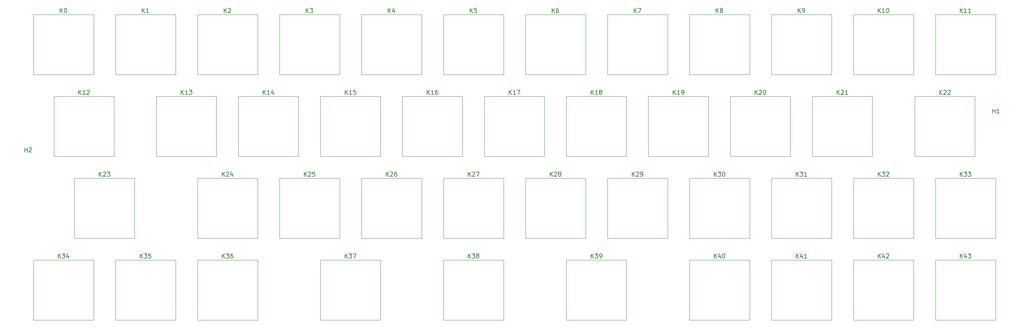
<source format=gto>
G04 #@! TF.GenerationSoftware,KiCad,Pcbnew,(6.0.2-0)*
G04 #@! TF.CreationDate,2022-03-14T11:48:13+11:00*
G04 #@! TF.ProjectId,keyboard,6b657962-6f61-4726-942e-6b696361645f,rev?*
G04 #@! TF.SameCoordinates,Original*
G04 #@! TF.FileFunction,Legend,Top*
G04 #@! TF.FilePolarity,Positive*
%FSLAX46Y46*%
G04 Gerber Fmt 4.6, Leading zero omitted, Abs format (unit mm)*
G04 Created by KiCad (PCBNEW (6.0.2-0)) date 2022-03-14 11:48:13*
%MOMM*%
%LPD*%
G01*
G04 APERTURE LIST*
G04 Aperture macros list*
%AMRoundRect*
0 Rectangle with rounded corners*
0 $1 Rounding radius*
0 $2 $3 $4 $5 $6 $7 $8 $9 X,Y pos of 4 corners*
0 Add a 4 corners polygon primitive as box body*
4,1,4,$2,$3,$4,$5,$6,$7,$8,$9,$2,$3,0*
0 Add four circle primitives for the rounded corners*
1,1,$1+$1,$2,$3*
1,1,$1+$1,$4,$5*
1,1,$1+$1,$6,$7*
1,1,$1+$1,$8,$9*
0 Add four rect primitives between the rounded corners*
20,1,$1+$1,$2,$3,$4,$5,0*
20,1,$1+$1,$4,$5,$6,$7,0*
20,1,$1+$1,$6,$7,$8,$9,0*
20,1,$1+$1,$8,$9,$2,$3,0*%
G04 Aperture macros list end*
%ADD10C,0.150000*%
%ADD11C,0.120000*%
%ADD12C,1.802000*%
%ADD13C,4.102000*%
%ADD14C,2.302000*%
%ADD15C,3.302000*%
%ADD16C,3.152000*%
%ADD17RoundRect,0.051000X0.850000X-0.850000X0.850000X0.850000X-0.850000X0.850000X-0.850000X-0.850000X0*%
%ADD18O,1.802000X1.802000*%
%ADD19RoundRect,0.051000X-0.850000X0.850000X-0.850000X-0.850000X0.850000X-0.850000X0.850000X0.850000X0*%
G04 APERTURE END LIST*
D10*
X106576904Y-117498380D02*
X106576904Y-116498380D01*
X107148333Y-117498380D02*
X106719761Y-116926952D01*
X107148333Y-116498380D02*
X106576904Y-117069809D01*
X107767380Y-116498380D02*
X107862619Y-116498380D01*
X107957857Y-116546000D01*
X108005476Y-116593619D01*
X108053095Y-116688857D01*
X108100714Y-116879333D01*
X108100714Y-117117428D01*
X108053095Y-117307904D01*
X108005476Y-117403142D01*
X107957857Y-117450761D01*
X107862619Y-117498380D01*
X107767380Y-117498380D01*
X107672142Y-117450761D01*
X107624523Y-117403142D01*
X107576904Y-117307904D01*
X107529285Y-117117428D01*
X107529285Y-116879333D01*
X107576904Y-116688857D01*
X107624523Y-116593619D01*
X107672142Y-116546000D01*
X107767380Y-116498380D01*
X98308095Y-149932380D02*
X98308095Y-148932380D01*
X98308095Y-149408571D02*
X98879523Y-149408571D01*
X98879523Y-149932380D02*
X98879523Y-148932380D01*
X99308095Y-149027619D02*
X99355714Y-148980000D01*
X99450952Y-148932380D01*
X99689047Y-148932380D01*
X99784285Y-148980000D01*
X99831904Y-149027619D01*
X99879523Y-149122857D01*
X99879523Y-149218095D01*
X99831904Y-149360952D01*
X99260476Y-149932380D01*
X99879523Y-149932380D01*
X323188095Y-140932380D02*
X323188095Y-139932380D01*
X323188095Y-140408571D02*
X323759523Y-140408571D01*
X323759523Y-140932380D02*
X323759523Y-139932380D01*
X324759523Y-140932380D02*
X324188095Y-140932380D01*
X324473809Y-140932380D02*
X324473809Y-139932380D01*
X324378571Y-140075238D01*
X324283333Y-140170476D01*
X324188095Y-140218095D01*
X125626904Y-117498380D02*
X125626904Y-116498380D01*
X126198333Y-117498380D02*
X125769761Y-116926952D01*
X126198333Y-116498380D02*
X125626904Y-117069809D01*
X127150714Y-117498380D02*
X126579285Y-117498380D01*
X126865000Y-117498380D02*
X126865000Y-116498380D01*
X126769761Y-116641238D01*
X126674523Y-116736476D01*
X126579285Y-116784095D01*
X315650714Y-117498380D02*
X315650714Y-116498380D01*
X316222142Y-117498380D02*
X315793571Y-116926952D01*
X316222142Y-116498380D02*
X315650714Y-117069809D01*
X317174523Y-117498380D02*
X316603095Y-117498380D01*
X316888809Y-117498380D02*
X316888809Y-116498380D01*
X316793571Y-116641238D01*
X316698333Y-116736476D01*
X316603095Y-116784095D01*
X318126904Y-117498380D02*
X317555476Y-117498380D01*
X317841190Y-117498380D02*
X317841190Y-116498380D01*
X317745952Y-116641238D01*
X317650714Y-116736476D01*
X317555476Y-116784095D01*
X191825714Y-136548380D02*
X191825714Y-135548380D01*
X192397142Y-136548380D02*
X191968571Y-135976952D01*
X192397142Y-135548380D02*
X191825714Y-136119809D01*
X193349523Y-136548380D02*
X192778095Y-136548380D01*
X193063809Y-136548380D02*
X193063809Y-135548380D01*
X192968571Y-135691238D01*
X192873333Y-135786476D01*
X192778095Y-135834095D01*
X194206666Y-135548380D02*
X194016190Y-135548380D01*
X193920952Y-135596000D01*
X193873333Y-135643619D01*
X193778095Y-135786476D01*
X193730476Y-135976952D01*
X193730476Y-136357904D01*
X193778095Y-136453142D01*
X193825714Y-136500761D01*
X193920952Y-136548380D01*
X194111428Y-136548380D01*
X194206666Y-136500761D01*
X194254285Y-136453142D01*
X194301904Y-136357904D01*
X194301904Y-136119809D01*
X194254285Y-136024571D01*
X194206666Y-135976952D01*
X194111428Y-135929333D01*
X193920952Y-135929333D01*
X193825714Y-135976952D01*
X193778095Y-136024571D01*
X193730476Y-136119809D01*
X248975714Y-136548380D02*
X248975714Y-135548380D01*
X249547142Y-136548380D02*
X249118571Y-135976952D01*
X249547142Y-135548380D02*
X248975714Y-136119809D01*
X250499523Y-136548380D02*
X249928095Y-136548380D01*
X250213809Y-136548380D02*
X250213809Y-135548380D01*
X250118571Y-135691238D01*
X250023333Y-135786476D01*
X249928095Y-135834095D01*
X250975714Y-136548380D02*
X251166190Y-136548380D01*
X251261428Y-136500761D01*
X251309047Y-136453142D01*
X251404285Y-136310285D01*
X251451904Y-136119809D01*
X251451904Y-135738857D01*
X251404285Y-135643619D01*
X251356666Y-135596000D01*
X251261428Y-135548380D01*
X251070952Y-135548380D01*
X250975714Y-135596000D01*
X250928095Y-135643619D01*
X250880476Y-135738857D01*
X250880476Y-135976952D01*
X250928095Y-136072190D01*
X250975714Y-136119809D01*
X251070952Y-136167428D01*
X251261428Y-136167428D01*
X251356666Y-136119809D01*
X251404285Y-136072190D01*
X251451904Y-135976952D01*
X296600714Y-155598380D02*
X296600714Y-154598380D01*
X297172142Y-155598380D02*
X296743571Y-155026952D01*
X297172142Y-154598380D02*
X296600714Y-155169809D01*
X297505476Y-154598380D02*
X298124523Y-154598380D01*
X297791190Y-154979333D01*
X297934047Y-154979333D01*
X298029285Y-155026952D01*
X298076904Y-155074571D01*
X298124523Y-155169809D01*
X298124523Y-155407904D01*
X298076904Y-155503142D01*
X298029285Y-155550761D01*
X297934047Y-155598380D01*
X297648333Y-155598380D01*
X297553095Y-155550761D01*
X297505476Y-155503142D01*
X298505476Y-154693619D02*
X298553095Y-154646000D01*
X298648333Y-154598380D01*
X298886428Y-154598380D01*
X298981666Y-154646000D01*
X299029285Y-154693619D01*
X299076904Y-154788857D01*
X299076904Y-154884095D01*
X299029285Y-155026952D01*
X298457857Y-155598380D01*
X299076904Y-155598380D01*
X296600714Y-117498380D02*
X296600714Y-116498380D01*
X297172142Y-117498380D02*
X296743571Y-116926952D01*
X297172142Y-116498380D02*
X296600714Y-117069809D01*
X298124523Y-117498380D02*
X297553095Y-117498380D01*
X297838809Y-117498380D02*
X297838809Y-116498380D01*
X297743571Y-116641238D01*
X297648333Y-116736476D01*
X297553095Y-116784095D01*
X298743571Y-116498380D02*
X298838809Y-116498380D01*
X298934047Y-116546000D01*
X298981666Y-116593619D01*
X299029285Y-116688857D01*
X299076904Y-116879333D01*
X299076904Y-117117428D01*
X299029285Y-117307904D01*
X298981666Y-117403142D01*
X298934047Y-117450761D01*
X298838809Y-117498380D01*
X298743571Y-117498380D01*
X298648333Y-117450761D01*
X298600714Y-117403142D01*
X298553095Y-117307904D01*
X298505476Y-117117428D01*
X298505476Y-116879333D01*
X298553095Y-116688857D01*
X298600714Y-116593619D01*
X298648333Y-116546000D01*
X298743571Y-116498380D01*
X182776904Y-117498380D02*
X182776904Y-116498380D01*
X183348333Y-117498380D02*
X182919761Y-116926952D01*
X183348333Y-116498380D02*
X182776904Y-117069809D01*
X184205476Y-116831714D02*
X184205476Y-117498380D01*
X183967380Y-116450761D02*
X183729285Y-117165047D01*
X184348333Y-117165047D01*
X258500714Y-155598380D02*
X258500714Y-154598380D01*
X259072142Y-155598380D02*
X258643571Y-155026952D01*
X259072142Y-154598380D02*
X258500714Y-155169809D01*
X259405476Y-154598380D02*
X260024523Y-154598380D01*
X259691190Y-154979333D01*
X259834047Y-154979333D01*
X259929285Y-155026952D01*
X259976904Y-155074571D01*
X260024523Y-155169809D01*
X260024523Y-155407904D01*
X259976904Y-155503142D01*
X259929285Y-155550761D01*
X259834047Y-155598380D01*
X259548333Y-155598380D01*
X259453095Y-155550761D01*
X259405476Y-155503142D01*
X260643571Y-154598380D02*
X260738809Y-154598380D01*
X260834047Y-154646000D01*
X260881666Y-154693619D01*
X260929285Y-154788857D01*
X260976904Y-154979333D01*
X260976904Y-155217428D01*
X260929285Y-155407904D01*
X260881666Y-155503142D01*
X260834047Y-155550761D01*
X260738809Y-155598380D01*
X260643571Y-155598380D01*
X260548333Y-155550761D01*
X260500714Y-155503142D01*
X260453095Y-155407904D01*
X260405476Y-155217428D01*
X260405476Y-154979333D01*
X260453095Y-154788857D01*
X260500714Y-154693619D01*
X260548333Y-154646000D01*
X260643571Y-154598380D01*
X201350714Y-155598380D02*
X201350714Y-154598380D01*
X201922142Y-155598380D02*
X201493571Y-155026952D01*
X201922142Y-154598380D02*
X201350714Y-155169809D01*
X202303095Y-154693619D02*
X202350714Y-154646000D01*
X202445952Y-154598380D01*
X202684047Y-154598380D01*
X202779285Y-154646000D01*
X202826904Y-154693619D01*
X202874523Y-154788857D01*
X202874523Y-154884095D01*
X202826904Y-155026952D01*
X202255476Y-155598380D01*
X202874523Y-155598380D01*
X203207857Y-154598380D02*
X203874523Y-154598380D01*
X203445952Y-155598380D01*
X268025714Y-136548380D02*
X268025714Y-135548380D01*
X268597142Y-136548380D02*
X268168571Y-135976952D01*
X268597142Y-135548380D02*
X268025714Y-136119809D01*
X268978095Y-135643619D02*
X269025714Y-135596000D01*
X269120952Y-135548380D01*
X269359047Y-135548380D01*
X269454285Y-135596000D01*
X269501904Y-135643619D01*
X269549523Y-135738857D01*
X269549523Y-135834095D01*
X269501904Y-135976952D01*
X268930476Y-136548380D01*
X269549523Y-136548380D01*
X270168571Y-135548380D02*
X270263809Y-135548380D01*
X270359047Y-135596000D01*
X270406666Y-135643619D01*
X270454285Y-135738857D01*
X270501904Y-135929333D01*
X270501904Y-136167428D01*
X270454285Y-136357904D01*
X270406666Y-136453142D01*
X270359047Y-136500761D01*
X270263809Y-136548380D01*
X270168571Y-136548380D01*
X270073333Y-136500761D01*
X270025714Y-136453142D01*
X269978095Y-136357904D01*
X269930476Y-136167428D01*
X269930476Y-135929333D01*
X269978095Y-135738857D01*
X270025714Y-135643619D01*
X270073333Y-135596000D01*
X270168571Y-135548380D01*
X229925714Y-174648380D02*
X229925714Y-173648380D01*
X230497142Y-174648380D02*
X230068571Y-174076952D01*
X230497142Y-173648380D02*
X229925714Y-174219809D01*
X230830476Y-173648380D02*
X231449523Y-173648380D01*
X231116190Y-174029333D01*
X231259047Y-174029333D01*
X231354285Y-174076952D01*
X231401904Y-174124571D01*
X231449523Y-174219809D01*
X231449523Y-174457904D01*
X231401904Y-174553142D01*
X231354285Y-174600761D01*
X231259047Y-174648380D01*
X230973333Y-174648380D01*
X230878095Y-174600761D01*
X230830476Y-174553142D01*
X231925714Y-174648380D02*
X232116190Y-174648380D01*
X232211428Y-174600761D01*
X232259047Y-174553142D01*
X232354285Y-174410285D01*
X232401904Y-174219809D01*
X232401904Y-173838857D01*
X232354285Y-173743619D01*
X232306666Y-173696000D01*
X232211428Y-173648380D01*
X232020952Y-173648380D01*
X231925714Y-173696000D01*
X231878095Y-173743619D01*
X231830476Y-173838857D01*
X231830476Y-174076952D01*
X231878095Y-174172190D01*
X231925714Y-174219809D01*
X232020952Y-174267428D01*
X232211428Y-174267428D01*
X232306666Y-174219809D01*
X232354285Y-174172190D01*
X232401904Y-174076952D01*
X278026904Y-117498380D02*
X278026904Y-116498380D01*
X278598333Y-117498380D02*
X278169761Y-116926952D01*
X278598333Y-116498380D02*
X278026904Y-117069809D01*
X279074523Y-117498380D02*
X279265000Y-117498380D01*
X279360238Y-117450761D01*
X279407857Y-117403142D01*
X279503095Y-117260285D01*
X279550714Y-117069809D01*
X279550714Y-116688857D01*
X279503095Y-116593619D01*
X279455476Y-116546000D01*
X279360238Y-116498380D01*
X279169761Y-116498380D01*
X279074523Y-116546000D01*
X279026904Y-116593619D01*
X278979285Y-116688857D01*
X278979285Y-116926952D01*
X279026904Y-117022190D01*
X279074523Y-117069809D01*
X279169761Y-117117428D01*
X279360238Y-117117428D01*
X279455476Y-117069809D01*
X279503095Y-117022190D01*
X279550714Y-116926952D01*
X229925714Y-136548380D02*
X229925714Y-135548380D01*
X230497142Y-136548380D02*
X230068571Y-135976952D01*
X230497142Y-135548380D02*
X229925714Y-136119809D01*
X231449523Y-136548380D02*
X230878095Y-136548380D01*
X231163809Y-136548380D02*
X231163809Y-135548380D01*
X231068571Y-135691238D01*
X230973333Y-135786476D01*
X230878095Y-135834095D01*
X232020952Y-135976952D02*
X231925714Y-135929333D01*
X231878095Y-135881714D01*
X231830476Y-135786476D01*
X231830476Y-135738857D01*
X231878095Y-135643619D01*
X231925714Y-135596000D01*
X232020952Y-135548380D01*
X232211428Y-135548380D01*
X232306666Y-135596000D01*
X232354285Y-135643619D01*
X232401904Y-135738857D01*
X232401904Y-135786476D01*
X232354285Y-135881714D01*
X232306666Y-135929333D01*
X232211428Y-135976952D01*
X232020952Y-135976952D01*
X231925714Y-136024571D01*
X231878095Y-136072190D01*
X231830476Y-136167428D01*
X231830476Y-136357904D01*
X231878095Y-136453142D01*
X231925714Y-136500761D01*
X232020952Y-136548380D01*
X232211428Y-136548380D01*
X232306666Y-136500761D01*
X232354285Y-136453142D01*
X232401904Y-136357904D01*
X232401904Y-136167428D01*
X232354285Y-136072190D01*
X232306666Y-136024571D01*
X232211428Y-135976952D01*
X172775714Y-136548380D02*
X172775714Y-135548380D01*
X173347142Y-136548380D02*
X172918571Y-135976952D01*
X173347142Y-135548380D02*
X172775714Y-136119809D01*
X174299523Y-136548380D02*
X173728095Y-136548380D01*
X174013809Y-136548380D02*
X174013809Y-135548380D01*
X173918571Y-135691238D01*
X173823333Y-135786476D01*
X173728095Y-135834095D01*
X175204285Y-135548380D02*
X174728095Y-135548380D01*
X174680476Y-136024571D01*
X174728095Y-135976952D01*
X174823333Y-135929333D01*
X175061428Y-135929333D01*
X175156666Y-135976952D01*
X175204285Y-136024571D01*
X175251904Y-136119809D01*
X175251904Y-136357904D01*
X175204285Y-136453142D01*
X175156666Y-136500761D01*
X175061428Y-136548380D01*
X174823333Y-136548380D01*
X174728095Y-136500761D01*
X174680476Y-136453142D01*
X134675714Y-136548380D02*
X134675714Y-135548380D01*
X135247142Y-136548380D02*
X134818571Y-135976952D01*
X135247142Y-135548380D02*
X134675714Y-136119809D01*
X136199523Y-136548380D02*
X135628095Y-136548380D01*
X135913809Y-136548380D02*
X135913809Y-135548380D01*
X135818571Y-135691238D01*
X135723333Y-135786476D01*
X135628095Y-135834095D01*
X136532857Y-135548380D02*
X137151904Y-135548380D01*
X136818571Y-135929333D01*
X136961428Y-135929333D01*
X137056666Y-135976952D01*
X137104285Y-136024571D01*
X137151904Y-136119809D01*
X137151904Y-136357904D01*
X137104285Y-136453142D01*
X137056666Y-136500761D01*
X136961428Y-136548380D01*
X136675714Y-136548380D01*
X136580476Y-136500761D01*
X136532857Y-136453142D01*
X110863214Y-136548380D02*
X110863214Y-135548380D01*
X111434642Y-136548380D02*
X111006071Y-135976952D01*
X111434642Y-135548380D02*
X110863214Y-136119809D01*
X112387023Y-136548380D02*
X111815595Y-136548380D01*
X112101309Y-136548380D02*
X112101309Y-135548380D01*
X112006071Y-135691238D01*
X111910833Y-135786476D01*
X111815595Y-135834095D01*
X112767976Y-135643619D02*
X112815595Y-135596000D01*
X112910833Y-135548380D01*
X113148928Y-135548380D01*
X113244166Y-135596000D01*
X113291785Y-135643619D01*
X113339404Y-135738857D01*
X113339404Y-135834095D01*
X113291785Y-135976952D01*
X112720357Y-136548380D01*
X113339404Y-136548380D01*
X182300714Y-155598380D02*
X182300714Y-154598380D01*
X182872142Y-155598380D02*
X182443571Y-155026952D01*
X182872142Y-154598380D02*
X182300714Y-155169809D01*
X183253095Y-154693619D02*
X183300714Y-154646000D01*
X183395952Y-154598380D01*
X183634047Y-154598380D01*
X183729285Y-154646000D01*
X183776904Y-154693619D01*
X183824523Y-154788857D01*
X183824523Y-154884095D01*
X183776904Y-155026952D01*
X183205476Y-155598380D01*
X183824523Y-155598380D01*
X184681666Y-154598380D02*
X184491190Y-154598380D01*
X184395952Y-154646000D01*
X184348333Y-154693619D01*
X184253095Y-154836476D01*
X184205476Y-155026952D01*
X184205476Y-155407904D01*
X184253095Y-155503142D01*
X184300714Y-155550761D01*
X184395952Y-155598380D01*
X184586428Y-155598380D01*
X184681666Y-155550761D01*
X184729285Y-155503142D01*
X184776904Y-155407904D01*
X184776904Y-155169809D01*
X184729285Y-155074571D01*
X184681666Y-155026952D01*
X184586428Y-154979333D01*
X184395952Y-154979333D01*
X184300714Y-155026952D01*
X184253095Y-155074571D01*
X184205476Y-155169809D01*
X277550714Y-174648380D02*
X277550714Y-173648380D01*
X278122142Y-174648380D02*
X277693571Y-174076952D01*
X278122142Y-173648380D02*
X277550714Y-174219809D01*
X278979285Y-173981714D02*
X278979285Y-174648380D01*
X278741190Y-173600761D02*
X278503095Y-174315047D01*
X279122142Y-174315047D01*
X280026904Y-174648380D02*
X279455476Y-174648380D01*
X279741190Y-174648380D02*
X279741190Y-173648380D01*
X279645952Y-173791238D01*
X279550714Y-173886476D01*
X279455476Y-173934095D01*
X144676904Y-117498380D02*
X144676904Y-116498380D01*
X145248333Y-117498380D02*
X144819761Y-116926952D01*
X145248333Y-116498380D02*
X144676904Y-117069809D01*
X145629285Y-116593619D02*
X145676904Y-116546000D01*
X145772142Y-116498380D01*
X146010238Y-116498380D01*
X146105476Y-116546000D01*
X146153095Y-116593619D01*
X146200714Y-116688857D01*
X146200714Y-116784095D01*
X146153095Y-116926952D01*
X145581666Y-117498380D01*
X146200714Y-117498380D01*
X163726904Y-117498380D02*
X163726904Y-116498380D01*
X164298333Y-117498380D02*
X163869761Y-116926952D01*
X164298333Y-116498380D02*
X163726904Y-117069809D01*
X164631666Y-116498380D02*
X165250714Y-116498380D01*
X164917380Y-116879333D01*
X165060238Y-116879333D01*
X165155476Y-116926952D01*
X165203095Y-116974571D01*
X165250714Y-117069809D01*
X165250714Y-117307904D01*
X165203095Y-117403142D01*
X165155476Y-117450761D01*
X165060238Y-117498380D01*
X164774523Y-117498380D01*
X164679285Y-117450761D01*
X164631666Y-117403142D01*
X210875714Y-136548380D02*
X210875714Y-135548380D01*
X211447142Y-136548380D02*
X211018571Y-135976952D01*
X211447142Y-135548380D02*
X210875714Y-136119809D01*
X212399523Y-136548380D02*
X211828095Y-136548380D01*
X212113809Y-136548380D02*
X212113809Y-135548380D01*
X212018571Y-135691238D01*
X211923333Y-135786476D01*
X211828095Y-135834095D01*
X212732857Y-135548380D02*
X213399523Y-135548380D01*
X212970952Y-136548380D01*
X144200714Y-155598380D02*
X144200714Y-154598380D01*
X144772142Y-155598380D02*
X144343571Y-155026952D01*
X144772142Y-154598380D02*
X144200714Y-155169809D01*
X145153095Y-154693619D02*
X145200714Y-154646000D01*
X145295952Y-154598380D01*
X145534047Y-154598380D01*
X145629285Y-154646000D01*
X145676904Y-154693619D01*
X145724523Y-154788857D01*
X145724523Y-154884095D01*
X145676904Y-155026952D01*
X145105476Y-155598380D01*
X145724523Y-155598380D01*
X146581666Y-154931714D02*
X146581666Y-155598380D01*
X146343571Y-154550761D02*
X146105476Y-155265047D01*
X146724523Y-155265047D01*
X287075714Y-136548380D02*
X287075714Y-135548380D01*
X287647142Y-136548380D02*
X287218571Y-135976952D01*
X287647142Y-135548380D02*
X287075714Y-136119809D01*
X288028095Y-135643619D02*
X288075714Y-135596000D01*
X288170952Y-135548380D01*
X288409047Y-135548380D01*
X288504285Y-135596000D01*
X288551904Y-135643619D01*
X288599523Y-135738857D01*
X288599523Y-135834095D01*
X288551904Y-135976952D01*
X287980476Y-136548380D01*
X288599523Y-136548380D01*
X289551904Y-136548380D02*
X288980476Y-136548380D01*
X289266190Y-136548380D02*
X289266190Y-135548380D01*
X289170952Y-135691238D01*
X289075714Y-135786476D01*
X288980476Y-135834095D01*
X153725714Y-136548380D02*
X153725714Y-135548380D01*
X154297142Y-136548380D02*
X153868571Y-135976952D01*
X154297142Y-135548380D02*
X153725714Y-136119809D01*
X155249523Y-136548380D02*
X154678095Y-136548380D01*
X154963809Y-136548380D02*
X154963809Y-135548380D01*
X154868571Y-135691238D01*
X154773333Y-135786476D01*
X154678095Y-135834095D01*
X156106666Y-135881714D02*
X156106666Y-136548380D01*
X155868571Y-135500761D02*
X155630476Y-136215047D01*
X156249523Y-136215047D01*
X115625714Y-155598380D02*
X115625714Y-154598380D01*
X116197142Y-155598380D02*
X115768571Y-155026952D01*
X116197142Y-154598380D02*
X115625714Y-155169809D01*
X116578095Y-154693619D02*
X116625714Y-154646000D01*
X116720952Y-154598380D01*
X116959047Y-154598380D01*
X117054285Y-154646000D01*
X117101904Y-154693619D01*
X117149523Y-154788857D01*
X117149523Y-154884095D01*
X117101904Y-155026952D01*
X116530476Y-155598380D01*
X117149523Y-155598380D01*
X117482857Y-154598380D02*
X118101904Y-154598380D01*
X117768571Y-154979333D01*
X117911428Y-154979333D01*
X118006666Y-155026952D01*
X118054285Y-155074571D01*
X118101904Y-155169809D01*
X118101904Y-155407904D01*
X118054285Y-155503142D01*
X118006666Y-155550761D01*
X117911428Y-155598380D01*
X117625714Y-155598380D01*
X117530476Y-155550761D01*
X117482857Y-155503142D01*
X239926904Y-117498380D02*
X239926904Y-116498380D01*
X240498333Y-117498380D02*
X240069761Y-116926952D01*
X240498333Y-116498380D02*
X239926904Y-117069809D01*
X240831666Y-116498380D02*
X241498333Y-116498380D01*
X241069761Y-117498380D01*
X220400714Y-155598380D02*
X220400714Y-154598380D01*
X220972142Y-155598380D02*
X220543571Y-155026952D01*
X220972142Y-154598380D02*
X220400714Y-155169809D01*
X221353095Y-154693619D02*
X221400714Y-154646000D01*
X221495952Y-154598380D01*
X221734047Y-154598380D01*
X221829285Y-154646000D01*
X221876904Y-154693619D01*
X221924523Y-154788857D01*
X221924523Y-154884095D01*
X221876904Y-155026952D01*
X221305476Y-155598380D01*
X221924523Y-155598380D01*
X222495952Y-155026952D02*
X222400714Y-154979333D01*
X222353095Y-154931714D01*
X222305476Y-154836476D01*
X222305476Y-154788857D01*
X222353095Y-154693619D01*
X222400714Y-154646000D01*
X222495952Y-154598380D01*
X222686428Y-154598380D01*
X222781666Y-154646000D01*
X222829285Y-154693619D01*
X222876904Y-154788857D01*
X222876904Y-154836476D01*
X222829285Y-154931714D01*
X222781666Y-154979333D01*
X222686428Y-155026952D01*
X222495952Y-155026952D01*
X222400714Y-155074571D01*
X222353095Y-155122190D01*
X222305476Y-155217428D01*
X222305476Y-155407904D01*
X222353095Y-155503142D01*
X222400714Y-155550761D01*
X222495952Y-155598380D01*
X222686428Y-155598380D01*
X222781666Y-155550761D01*
X222829285Y-155503142D01*
X222876904Y-155407904D01*
X222876904Y-155217428D01*
X222829285Y-155122190D01*
X222781666Y-155074571D01*
X222686428Y-155026952D01*
X315650714Y-174648380D02*
X315650714Y-173648380D01*
X316222142Y-174648380D02*
X315793571Y-174076952D01*
X316222142Y-173648380D02*
X315650714Y-174219809D01*
X317079285Y-173981714D02*
X317079285Y-174648380D01*
X316841190Y-173600761D02*
X316603095Y-174315047D01*
X317222142Y-174315047D01*
X317507857Y-173648380D02*
X318126904Y-173648380D01*
X317793571Y-174029333D01*
X317936428Y-174029333D01*
X318031666Y-174076952D01*
X318079285Y-174124571D01*
X318126904Y-174219809D01*
X318126904Y-174457904D01*
X318079285Y-174553142D01*
X318031666Y-174600761D01*
X317936428Y-174648380D01*
X317650714Y-174648380D01*
X317555476Y-174600761D01*
X317507857Y-174553142D01*
X258976904Y-117498380D02*
X258976904Y-116498380D01*
X259548333Y-117498380D02*
X259119761Y-116926952D01*
X259548333Y-116498380D02*
X258976904Y-117069809D01*
X260119761Y-116926952D02*
X260024523Y-116879333D01*
X259976904Y-116831714D01*
X259929285Y-116736476D01*
X259929285Y-116688857D01*
X259976904Y-116593619D01*
X260024523Y-116546000D01*
X260119761Y-116498380D01*
X260310238Y-116498380D01*
X260405476Y-116546000D01*
X260453095Y-116593619D01*
X260500714Y-116688857D01*
X260500714Y-116736476D01*
X260453095Y-116831714D01*
X260405476Y-116879333D01*
X260310238Y-116926952D01*
X260119761Y-116926952D01*
X260024523Y-116974571D01*
X259976904Y-117022190D01*
X259929285Y-117117428D01*
X259929285Y-117307904D01*
X259976904Y-117403142D01*
X260024523Y-117450761D01*
X260119761Y-117498380D01*
X260310238Y-117498380D01*
X260405476Y-117450761D01*
X260453095Y-117403142D01*
X260500714Y-117307904D01*
X260500714Y-117117428D01*
X260453095Y-117022190D01*
X260405476Y-116974571D01*
X260310238Y-116926952D01*
X315650714Y-155598380D02*
X315650714Y-154598380D01*
X316222142Y-155598380D02*
X315793571Y-155026952D01*
X316222142Y-154598380D02*
X315650714Y-155169809D01*
X316555476Y-154598380D02*
X317174523Y-154598380D01*
X316841190Y-154979333D01*
X316984047Y-154979333D01*
X317079285Y-155026952D01*
X317126904Y-155074571D01*
X317174523Y-155169809D01*
X317174523Y-155407904D01*
X317126904Y-155503142D01*
X317079285Y-155550761D01*
X316984047Y-155598380D01*
X316698333Y-155598380D01*
X316603095Y-155550761D01*
X316555476Y-155503142D01*
X317507857Y-154598380D02*
X318126904Y-154598380D01*
X317793571Y-154979333D01*
X317936428Y-154979333D01*
X318031666Y-155026952D01*
X318079285Y-155074571D01*
X318126904Y-155169809D01*
X318126904Y-155407904D01*
X318079285Y-155503142D01*
X318031666Y-155550761D01*
X317936428Y-155598380D01*
X317650714Y-155598380D01*
X317555476Y-155550761D01*
X317507857Y-155503142D01*
X201826904Y-117498380D02*
X201826904Y-116498380D01*
X202398333Y-117498380D02*
X201969761Y-116926952D01*
X202398333Y-116498380D02*
X201826904Y-117069809D01*
X203303095Y-116498380D02*
X202826904Y-116498380D01*
X202779285Y-116974571D01*
X202826904Y-116926952D01*
X202922142Y-116879333D01*
X203160238Y-116879333D01*
X203255476Y-116926952D01*
X203303095Y-116974571D01*
X203350714Y-117069809D01*
X203350714Y-117307904D01*
X203303095Y-117403142D01*
X203255476Y-117450761D01*
X203160238Y-117498380D01*
X202922142Y-117498380D01*
X202826904Y-117450761D01*
X202779285Y-117403142D01*
X163250714Y-155598380D02*
X163250714Y-154598380D01*
X163822142Y-155598380D02*
X163393571Y-155026952D01*
X163822142Y-154598380D02*
X163250714Y-155169809D01*
X164203095Y-154693619D02*
X164250714Y-154646000D01*
X164345952Y-154598380D01*
X164584047Y-154598380D01*
X164679285Y-154646000D01*
X164726904Y-154693619D01*
X164774523Y-154788857D01*
X164774523Y-154884095D01*
X164726904Y-155026952D01*
X164155476Y-155598380D01*
X164774523Y-155598380D01*
X165679285Y-154598380D02*
X165203095Y-154598380D01*
X165155476Y-155074571D01*
X165203095Y-155026952D01*
X165298333Y-154979333D01*
X165536428Y-154979333D01*
X165631666Y-155026952D01*
X165679285Y-155074571D01*
X165726904Y-155169809D01*
X165726904Y-155407904D01*
X165679285Y-155503142D01*
X165631666Y-155550761D01*
X165536428Y-155598380D01*
X165298333Y-155598380D01*
X165203095Y-155550761D01*
X165155476Y-155503142D01*
X144200714Y-174648380D02*
X144200714Y-173648380D01*
X144772142Y-174648380D02*
X144343571Y-174076952D01*
X144772142Y-173648380D02*
X144200714Y-174219809D01*
X145105476Y-173648380D02*
X145724523Y-173648380D01*
X145391190Y-174029333D01*
X145534047Y-174029333D01*
X145629285Y-174076952D01*
X145676904Y-174124571D01*
X145724523Y-174219809D01*
X145724523Y-174457904D01*
X145676904Y-174553142D01*
X145629285Y-174600761D01*
X145534047Y-174648380D01*
X145248333Y-174648380D01*
X145153095Y-174600761D01*
X145105476Y-174553142D01*
X146581666Y-173648380D02*
X146391190Y-173648380D01*
X146295952Y-173696000D01*
X146248333Y-173743619D01*
X146153095Y-173886476D01*
X146105476Y-174076952D01*
X146105476Y-174457904D01*
X146153095Y-174553142D01*
X146200714Y-174600761D01*
X146295952Y-174648380D01*
X146486428Y-174648380D01*
X146581666Y-174600761D01*
X146629285Y-174553142D01*
X146676904Y-174457904D01*
X146676904Y-174219809D01*
X146629285Y-174124571D01*
X146581666Y-174076952D01*
X146486428Y-174029333D01*
X146295952Y-174029333D01*
X146200714Y-174076952D01*
X146153095Y-174124571D01*
X146105476Y-174219809D01*
X310888214Y-136548380D02*
X310888214Y-135548380D01*
X311459642Y-136548380D02*
X311031071Y-135976952D01*
X311459642Y-135548380D02*
X310888214Y-136119809D01*
X311840595Y-135643619D02*
X311888214Y-135596000D01*
X311983452Y-135548380D01*
X312221547Y-135548380D01*
X312316785Y-135596000D01*
X312364404Y-135643619D01*
X312412023Y-135738857D01*
X312412023Y-135834095D01*
X312364404Y-135976952D01*
X311792976Y-136548380D01*
X312412023Y-136548380D01*
X312792976Y-135643619D02*
X312840595Y-135596000D01*
X312935833Y-135548380D01*
X313173928Y-135548380D01*
X313269166Y-135596000D01*
X313316785Y-135643619D01*
X313364404Y-135738857D01*
X313364404Y-135834095D01*
X313316785Y-135976952D01*
X312745357Y-136548380D01*
X313364404Y-136548380D01*
X239450714Y-155598380D02*
X239450714Y-154598380D01*
X240022142Y-155598380D02*
X239593571Y-155026952D01*
X240022142Y-154598380D02*
X239450714Y-155169809D01*
X240403095Y-154693619D02*
X240450714Y-154646000D01*
X240545952Y-154598380D01*
X240784047Y-154598380D01*
X240879285Y-154646000D01*
X240926904Y-154693619D01*
X240974523Y-154788857D01*
X240974523Y-154884095D01*
X240926904Y-155026952D01*
X240355476Y-155598380D01*
X240974523Y-155598380D01*
X241450714Y-155598380D02*
X241641190Y-155598380D01*
X241736428Y-155550761D01*
X241784047Y-155503142D01*
X241879285Y-155360285D01*
X241926904Y-155169809D01*
X241926904Y-154788857D01*
X241879285Y-154693619D01*
X241831666Y-154646000D01*
X241736428Y-154598380D01*
X241545952Y-154598380D01*
X241450714Y-154646000D01*
X241403095Y-154693619D01*
X241355476Y-154788857D01*
X241355476Y-155026952D01*
X241403095Y-155122190D01*
X241450714Y-155169809D01*
X241545952Y-155217428D01*
X241736428Y-155217428D01*
X241831666Y-155169809D01*
X241879285Y-155122190D01*
X241926904Y-155026952D01*
X277550714Y-155598380D02*
X277550714Y-154598380D01*
X278122142Y-155598380D02*
X277693571Y-155026952D01*
X278122142Y-154598380D02*
X277550714Y-155169809D01*
X278455476Y-154598380D02*
X279074523Y-154598380D01*
X278741190Y-154979333D01*
X278884047Y-154979333D01*
X278979285Y-155026952D01*
X279026904Y-155074571D01*
X279074523Y-155169809D01*
X279074523Y-155407904D01*
X279026904Y-155503142D01*
X278979285Y-155550761D01*
X278884047Y-155598380D01*
X278598333Y-155598380D01*
X278503095Y-155550761D01*
X278455476Y-155503142D01*
X280026904Y-155598380D02*
X279455476Y-155598380D01*
X279741190Y-155598380D02*
X279741190Y-154598380D01*
X279645952Y-154741238D01*
X279550714Y-154836476D01*
X279455476Y-154884095D01*
X201350714Y-174648380D02*
X201350714Y-173648380D01*
X201922142Y-174648380D02*
X201493571Y-174076952D01*
X201922142Y-173648380D02*
X201350714Y-174219809D01*
X202255476Y-173648380D02*
X202874523Y-173648380D01*
X202541190Y-174029333D01*
X202684047Y-174029333D01*
X202779285Y-174076952D01*
X202826904Y-174124571D01*
X202874523Y-174219809D01*
X202874523Y-174457904D01*
X202826904Y-174553142D01*
X202779285Y-174600761D01*
X202684047Y-174648380D01*
X202398333Y-174648380D01*
X202303095Y-174600761D01*
X202255476Y-174553142D01*
X203445952Y-174076952D02*
X203350714Y-174029333D01*
X203303095Y-173981714D01*
X203255476Y-173886476D01*
X203255476Y-173838857D01*
X203303095Y-173743619D01*
X203350714Y-173696000D01*
X203445952Y-173648380D01*
X203636428Y-173648380D01*
X203731666Y-173696000D01*
X203779285Y-173743619D01*
X203826904Y-173838857D01*
X203826904Y-173886476D01*
X203779285Y-173981714D01*
X203731666Y-174029333D01*
X203636428Y-174076952D01*
X203445952Y-174076952D01*
X203350714Y-174124571D01*
X203303095Y-174172190D01*
X203255476Y-174267428D01*
X203255476Y-174457904D01*
X203303095Y-174553142D01*
X203350714Y-174600761D01*
X203445952Y-174648380D01*
X203636428Y-174648380D01*
X203731666Y-174600761D01*
X203779285Y-174553142D01*
X203826904Y-174457904D01*
X203826904Y-174267428D01*
X203779285Y-174172190D01*
X203731666Y-174124571D01*
X203636428Y-174076952D01*
X258500714Y-174648380D02*
X258500714Y-173648380D01*
X259072142Y-174648380D02*
X258643571Y-174076952D01*
X259072142Y-173648380D02*
X258500714Y-174219809D01*
X259929285Y-173981714D02*
X259929285Y-174648380D01*
X259691190Y-173600761D02*
X259453095Y-174315047D01*
X260072142Y-174315047D01*
X260643571Y-173648380D02*
X260738809Y-173648380D01*
X260834047Y-173696000D01*
X260881666Y-173743619D01*
X260929285Y-173838857D01*
X260976904Y-174029333D01*
X260976904Y-174267428D01*
X260929285Y-174457904D01*
X260881666Y-174553142D01*
X260834047Y-174600761D01*
X260738809Y-174648380D01*
X260643571Y-174648380D01*
X260548333Y-174600761D01*
X260500714Y-174553142D01*
X260453095Y-174457904D01*
X260405476Y-174267428D01*
X260405476Y-174029333D01*
X260453095Y-173838857D01*
X260500714Y-173743619D01*
X260548333Y-173696000D01*
X260643571Y-173648380D01*
X296600714Y-174648380D02*
X296600714Y-173648380D01*
X297172142Y-174648380D02*
X296743571Y-174076952D01*
X297172142Y-173648380D02*
X296600714Y-174219809D01*
X298029285Y-173981714D02*
X298029285Y-174648380D01*
X297791190Y-173600761D02*
X297553095Y-174315047D01*
X298172142Y-174315047D01*
X298505476Y-173743619D02*
X298553095Y-173696000D01*
X298648333Y-173648380D01*
X298886428Y-173648380D01*
X298981666Y-173696000D01*
X299029285Y-173743619D01*
X299076904Y-173838857D01*
X299076904Y-173934095D01*
X299029285Y-174076952D01*
X298457857Y-174648380D01*
X299076904Y-174648380D01*
X106100714Y-174648380D02*
X106100714Y-173648380D01*
X106672142Y-174648380D02*
X106243571Y-174076952D01*
X106672142Y-173648380D02*
X106100714Y-174219809D01*
X107005476Y-173648380D02*
X107624523Y-173648380D01*
X107291190Y-174029333D01*
X107434047Y-174029333D01*
X107529285Y-174076952D01*
X107576904Y-174124571D01*
X107624523Y-174219809D01*
X107624523Y-174457904D01*
X107576904Y-174553142D01*
X107529285Y-174600761D01*
X107434047Y-174648380D01*
X107148333Y-174648380D01*
X107053095Y-174600761D01*
X107005476Y-174553142D01*
X108481666Y-173981714D02*
X108481666Y-174648380D01*
X108243571Y-173600761D02*
X108005476Y-174315047D01*
X108624523Y-174315047D01*
X172775714Y-174648380D02*
X172775714Y-173648380D01*
X173347142Y-174648380D02*
X172918571Y-174076952D01*
X173347142Y-173648380D02*
X172775714Y-174219809D01*
X173680476Y-173648380D02*
X174299523Y-173648380D01*
X173966190Y-174029333D01*
X174109047Y-174029333D01*
X174204285Y-174076952D01*
X174251904Y-174124571D01*
X174299523Y-174219809D01*
X174299523Y-174457904D01*
X174251904Y-174553142D01*
X174204285Y-174600761D01*
X174109047Y-174648380D01*
X173823333Y-174648380D01*
X173728095Y-174600761D01*
X173680476Y-174553142D01*
X174632857Y-173648380D02*
X175299523Y-173648380D01*
X174870952Y-174648380D01*
X125150714Y-174648380D02*
X125150714Y-173648380D01*
X125722142Y-174648380D02*
X125293571Y-174076952D01*
X125722142Y-173648380D02*
X125150714Y-174219809D01*
X126055476Y-173648380D02*
X126674523Y-173648380D01*
X126341190Y-174029333D01*
X126484047Y-174029333D01*
X126579285Y-174076952D01*
X126626904Y-174124571D01*
X126674523Y-174219809D01*
X126674523Y-174457904D01*
X126626904Y-174553142D01*
X126579285Y-174600761D01*
X126484047Y-174648380D01*
X126198333Y-174648380D01*
X126103095Y-174600761D01*
X126055476Y-174553142D01*
X127579285Y-173648380D02*
X127103095Y-173648380D01*
X127055476Y-174124571D01*
X127103095Y-174076952D01*
X127198333Y-174029333D01*
X127436428Y-174029333D01*
X127531666Y-174076952D01*
X127579285Y-174124571D01*
X127626904Y-174219809D01*
X127626904Y-174457904D01*
X127579285Y-174553142D01*
X127531666Y-174600761D01*
X127436428Y-174648380D01*
X127198333Y-174648380D01*
X127103095Y-174600761D01*
X127055476Y-174553142D01*
X220876904Y-117498380D02*
X220876904Y-116498380D01*
X221448333Y-117498380D02*
X221019761Y-116926952D01*
X221448333Y-116498380D02*
X220876904Y-117069809D01*
X222305476Y-116498380D02*
X222115000Y-116498380D01*
X222019761Y-116546000D01*
X221972142Y-116593619D01*
X221876904Y-116736476D01*
X221829285Y-116926952D01*
X221829285Y-117307904D01*
X221876904Y-117403142D01*
X221924523Y-117450761D01*
X222019761Y-117498380D01*
X222210238Y-117498380D01*
X222305476Y-117450761D01*
X222353095Y-117403142D01*
X222400714Y-117307904D01*
X222400714Y-117069809D01*
X222353095Y-116974571D01*
X222305476Y-116926952D01*
X222210238Y-116879333D01*
X222019761Y-116879333D01*
X221924523Y-116926952D01*
X221876904Y-116974571D01*
X221829285Y-117069809D01*
D11*
X114300000Y-131905000D02*
X100330000Y-131905000D01*
X100330000Y-117935000D02*
X114300000Y-117935000D01*
X114300000Y-117935000D02*
X114300000Y-131905000D01*
X100330000Y-131905000D02*
X100330000Y-117935000D01*
X133350000Y-131905000D02*
X119380000Y-131905000D01*
X119380000Y-131905000D02*
X119380000Y-117935000D01*
X119380000Y-117935000D02*
X133350000Y-117935000D01*
X133350000Y-117935000D02*
X133350000Y-131905000D01*
X309880000Y-131905000D02*
X309880000Y-117935000D01*
X309880000Y-117935000D02*
X323850000Y-117935000D01*
X323850000Y-117935000D02*
X323850000Y-131905000D01*
X323850000Y-131905000D02*
X309880000Y-131905000D01*
X186055000Y-136985000D02*
X200025000Y-136985000D01*
X200025000Y-150955000D02*
X186055000Y-150955000D01*
X186055000Y-150955000D02*
X186055000Y-136985000D01*
X200025000Y-136985000D02*
X200025000Y-150955000D01*
X257175000Y-136985000D02*
X257175000Y-150955000D01*
X257175000Y-150955000D02*
X243205000Y-150955000D01*
X243205000Y-150955000D02*
X243205000Y-136985000D01*
X243205000Y-136985000D02*
X257175000Y-136985000D01*
X304800000Y-156035000D02*
X304800000Y-170005000D01*
X304800000Y-170005000D02*
X290830000Y-170005000D01*
X290830000Y-170005000D02*
X290830000Y-156035000D01*
X290830000Y-156035000D02*
X304800000Y-156035000D01*
X290830000Y-131905000D02*
X290830000Y-117935000D01*
X290830000Y-117935000D02*
X304800000Y-117935000D01*
X304800000Y-117935000D02*
X304800000Y-131905000D01*
X304800000Y-131905000D02*
X290830000Y-131905000D01*
X190500000Y-131905000D02*
X176530000Y-131905000D01*
X190500000Y-117935000D02*
X190500000Y-131905000D01*
X176530000Y-117935000D02*
X190500000Y-117935000D01*
X176530000Y-131905000D02*
X176530000Y-117935000D01*
X266700000Y-170005000D02*
X252730000Y-170005000D01*
X266700000Y-156035000D02*
X266700000Y-170005000D01*
X252730000Y-170005000D02*
X252730000Y-156035000D01*
X252730000Y-156035000D02*
X266700000Y-156035000D01*
X195580000Y-170005000D02*
X195580000Y-156035000D01*
X209550000Y-156035000D02*
X209550000Y-170005000D01*
X195580000Y-156035000D02*
X209550000Y-156035000D01*
X209550000Y-170005000D02*
X195580000Y-170005000D01*
X276225000Y-150955000D02*
X262255000Y-150955000D01*
X262255000Y-136985000D02*
X276225000Y-136985000D01*
X262255000Y-150955000D02*
X262255000Y-136985000D01*
X276225000Y-136985000D02*
X276225000Y-150955000D01*
X238125000Y-175085000D02*
X238125000Y-189055000D01*
X224155000Y-175085000D02*
X238125000Y-175085000D01*
X238125000Y-189055000D02*
X224155000Y-189055000D01*
X224155000Y-189055000D02*
X224155000Y-175085000D01*
X271780000Y-131905000D02*
X271780000Y-117935000D01*
X285750000Y-131905000D02*
X271780000Y-131905000D01*
X285750000Y-117935000D02*
X285750000Y-131905000D01*
X271780000Y-117935000D02*
X285750000Y-117935000D01*
X224155000Y-150955000D02*
X224155000Y-136985000D01*
X238125000Y-136985000D02*
X238125000Y-150955000D01*
X224155000Y-136985000D02*
X238125000Y-136985000D01*
X238125000Y-150955000D02*
X224155000Y-150955000D01*
X167005000Y-150955000D02*
X167005000Y-136985000D01*
X180975000Y-136985000D02*
X180975000Y-150955000D01*
X167005000Y-136985000D02*
X180975000Y-136985000D01*
X180975000Y-150955000D02*
X167005000Y-150955000D01*
X128905000Y-150955000D02*
X128905000Y-136985000D01*
X142875000Y-136985000D02*
X142875000Y-150955000D01*
X128905000Y-136985000D02*
X142875000Y-136985000D01*
X142875000Y-150955000D02*
X128905000Y-150955000D01*
X119062500Y-150955000D02*
X105092500Y-150955000D01*
X105092500Y-150955000D02*
X105092500Y-136985000D01*
X105092500Y-136985000D02*
X119062500Y-136985000D01*
X119062500Y-136985000D02*
X119062500Y-150955000D01*
X190500000Y-156035000D02*
X190500000Y-170005000D01*
X190500000Y-170005000D02*
X176530000Y-170005000D01*
X176530000Y-156035000D02*
X190500000Y-156035000D01*
X176530000Y-170005000D02*
X176530000Y-156035000D01*
X285750000Y-189055000D02*
X271780000Y-189055000D01*
X271780000Y-189055000D02*
X271780000Y-175085000D01*
X285750000Y-175085000D02*
X285750000Y-189055000D01*
X271780000Y-175085000D02*
X285750000Y-175085000D01*
X138430000Y-117935000D02*
X152400000Y-117935000D01*
X138430000Y-131905000D02*
X138430000Y-117935000D01*
X152400000Y-131905000D02*
X138430000Y-131905000D01*
X152400000Y-117935000D02*
X152400000Y-131905000D01*
X157480000Y-117935000D02*
X171450000Y-117935000D01*
X157480000Y-131905000D02*
X157480000Y-117935000D01*
X171450000Y-131905000D02*
X157480000Y-131905000D01*
X171450000Y-117935000D02*
X171450000Y-131905000D01*
X205105000Y-136985000D02*
X219075000Y-136985000D01*
X219075000Y-136985000D02*
X219075000Y-150955000D01*
X205105000Y-150955000D02*
X205105000Y-136985000D01*
X219075000Y-150955000D02*
X205105000Y-150955000D01*
X152400000Y-170005000D02*
X138430000Y-170005000D01*
X152400000Y-156035000D02*
X152400000Y-170005000D01*
X138430000Y-170005000D02*
X138430000Y-156035000D01*
X138430000Y-156035000D02*
X152400000Y-156035000D01*
X295275000Y-150955000D02*
X281305000Y-150955000D01*
X295275000Y-136985000D02*
X295275000Y-150955000D01*
X281305000Y-136985000D02*
X295275000Y-136985000D01*
X281305000Y-150955000D02*
X281305000Y-136985000D01*
X161925000Y-150955000D02*
X147955000Y-150955000D01*
X147955000Y-136985000D02*
X161925000Y-136985000D01*
X147955000Y-150955000D02*
X147955000Y-136985000D01*
X161925000Y-136985000D02*
X161925000Y-150955000D01*
X123825000Y-156035000D02*
X123825000Y-170005000D01*
X109855000Y-156035000D02*
X123825000Y-156035000D01*
X109855000Y-170005000D02*
X109855000Y-156035000D01*
X123825000Y-170005000D02*
X109855000Y-170005000D01*
X233680000Y-117935000D02*
X247650000Y-117935000D01*
X233680000Y-131905000D02*
X233680000Y-117935000D01*
X247650000Y-117935000D02*
X247650000Y-131905000D01*
X247650000Y-131905000D02*
X233680000Y-131905000D01*
X214630000Y-170005000D02*
X214630000Y-156035000D01*
X214630000Y-156035000D02*
X228600000Y-156035000D01*
X228600000Y-170005000D02*
X214630000Y-170005000D01*
X228600000Y-156035000D02*
X228600000Y-170005000D01*
X323850000Y-175085000D02*
X323850000Y-189055000D01*
X309880000Y-175085000D02*
X323850000Y-175085000D01*
X309880000Y-189055000D02*
X309880000Y-175085000D01*
X323850000Y-189055000D02*
X309880000Y-189055000D01*
X252730000Y-131905000D02*
X252730000Y-117935000D01*
X266700000Y-131905000D02*
X252730000Y-131905000D01*
X252730000Y-117935000D02*
X266700000Y-117935000D01*
X266700000Y-117935000D02*
X266700000Y-131905000D01*
X323850000Y-170005000D02*
X309880000Y-170005000D01*
X323850000Y-156035000D02*
X323850000Y-170005000D01*
X309880000Y-170005000D02*
X309880000Y-156035000D01*
X309880000Y-156035000D02*
X323850000Y-156035000D01*
X195580000Y-117935000D02*
X209550000Y-117935000D01*
X209550000Y-131905000D02*
X195580000Y-131905000D01*
X209550000Y-117935000D02*
X209550000Y-131905000D01*
X195580000Y-131905000D02*
X195580000Y-117935000D01*
X171450000Y-156035000D02*
X171450000Y-170005000D01*
X171450000Y-170005000D02*
X157480000Y-170005000D01*
X157480000Y-170005000D02*
X157480000Y-156035000D01*
X157480000Y-156035000D02*
X171450000Y-156035000D01*
X152400000Y-189055000D02*
X138430000Y-189055000D01*
X152400000Y-175085000D02*
X152400000Y-189055000D01*
X138430000Y-175085000D02*
X152400000Y-175085000D01*
X138430000Y-189055000D02*
X138430000Y-175085000D01*
X319087500Y-150955000D02*
X305117500Y-150955000D01*
X319087500Y-136985000D02*
X319087500Y-150955000D01*
X305117500Y-150955000D02*
X305117500Y-136985000D01*
X305117500Y-136985000D02*
X319087500Y-136985000D01*
X233680000Y-170005000D02*
X233680000Y-156035000D01*
X247650000Y-170005000D02*
X233680000Y-170005000D01*
X247650000Y-156035000D02*
X247650000Y-170005000D01*
X233680000Y-156035000D02*
X247650000Y-156035000D01*
X271780000Y-156035000D02*
X285750000Y-156035000D01*
X285750000Y-156035000D02*
X285750000Y-170005000D01*
X271780000Y-170005000D02*
X271780000Y-156035000D01*
X285750000Y-170005000D02*
X271780000Y-170005000D01*
X209550000Y-189055000D02*
X195580000Y-189055000D01*
X195580000Y-189055000D02*
X195580000Y-175085000D01*
X209550000Y-175085000D02*
X209550000Y-189055000D01*
X195580000Y-175085000D02*
X209550000Y-175085000D01*
X266700000Y-189055000D02*
X252730000Y-189055000D01*
X252730000Y-175085000D02*
X266700000Y-175085000D01*
X252730000Y-189055000D02*
X252730000Y-175085000D01*
X266700000Y-175085000D02*
X266700000Y-189055000D01*
X290830000Y-175085000D02*
X304800000Y-175085000D01*
X304800000Y-175085000D02*
X304800000Y-189055000D01*
X304800000Y-189055000D02*
X290830000Y-189055000D01*
X290830000Y-189055000D02*
X290830000Y-175085000D01*
X114300000Y-175085000D02*
X114300000Y-189055000D01*
X114300000Y-189055000D02*
X100330000Y-189055000D01*
X100330000Y-175085000D02*
X114300000Y-175085000D01*
X100330000Y-189055000D02*
X100330000Y-175085000D01*
X180975000Y-175085000D02*
X180975000Y-189055000D01*
X180975000Y-189055000D02*
X167005000Y-189055000D01*
X167005000Y-189055000D02*
X167005000Y-175085000D01*
X167005000Y-175085000D02*
X180975000Y-175085000D01*
X119380000Y-189055000D02*
X119380000Y-175085000D01*
X133350000Y-175085000D02*
X133350000Y-189055000D01*
X119380000Y-175085000D02*
X133350000Y-175085000D01*
X133350000Y-189055000D02*
X119380000Y-189055000D01*
X228600000Y-131905000D02*
X214630000Y-131905000D01*
X214630000Y-117935000D02*
X228600000Y-117935000D01*
X228600000Y-117935000D02*
X228600000Y-131905000D01*
X214630000Y-131905000D02*
X214630000Y-117935000D01*
%LPC*%
D12*
X102235000Y-124920000D03*
D13*
X107315000Y-124920000D03*
D12*
X112395000Y-124920000D03*
D14*
X109855000Y-119840000D03*
X103505000Y-122380000D03*
D15*
X99070000Y-143130000D03*
X323950000Y-144280000D03*
D12*
X131445000Y-124920000D03*
D13*
X126365000Y-124920000D03*
D12*
X121285000Y-124920000D03*
D14*
X128905000Y-119840000D03*
X122555000Y-122380000D03*
D12*
X311785000Y-124920000D03*
X321945000Y-124920000D03*
D13*
X316865000Y-124920000D03*
D14*
X319405000Y-119840000D03*
X313055000Y-122380000D03*
D12*
X187960000Y-143970000D03*
D13*
X193040000Y-143970000D03*
D12*
X198120000Y-143970000D03*
D14*
X195580000Y-138890000D03*
X189230000Y-141430000D03*
D12*
X255270000Y-143970000D03*
X245110000Y-143970000D03*
D13*
X250190000Y-143970000D03*
D14*
X252730000Y-138890000D03*
X246380000Y-141430000D03*
D12*
X292735000Y-163020000D03*
D13*
X297815000Y-163020000D03*
D12*
X302895000Y-163020000D03*
D14*
X300355000Y-157940000D03*
X294005000Y-160480000D03*
D13*
X297815000Y-124920000D03*
D12*
X292735000Y-124920000D03*
X302895000Y-124920000D03*
D14*
X300355000Y-119840000D03*
X294005000Y-122380000D03*
D12*
X178435000Y-124920000D03*
X188595000Y-124920000D03*
D13*
X183515000Y-124920000D03*
D14*
X186055000Y-119840000D03*
X179705000Y-122380000D03*
D12*
X254635000Y-163020000D03*
X264795000Y-163020000D03*
D13*
X259715000Y-163020000D03*
D14*
X262255000Y-157940000D03*
X255905000Y-160480000D03*
D12*
X197485000Y-163020000D03*
X207645000Y-163020000D03*
D13*
X202565000Y-163020000D03*
D14*
X205105000Y-157940000D03*
X198755000Y-160480000D03*
D12*
X274320000Y-143970000D03*
X264160000Y-143970000D03*
D13*
X269240000Y-143970000D03*
D14*
X271780000Y-138890000D03*
X265430000Y-141430000D03*
D12*
X226060000Y-182070000D03*
D13*
X243040000Y-190310000D03*
D16*
X243040000Y-175070000D03*
D13*
X231140000Y-182070000D03*
D12*
X236220000Y-182070000D03*
D16*
X219240000Y-175070000D03*
D13*
X219240000Y-190310000D03*
D14*
X233680000Y-176990000D03*
X227330000Y-179530000D03*
D12*
X283845000Y-124920000D03*
X273685000Y-124920000D03*
D13*
X278765000Y-124920000D03*
D14*
X281305000Y-119840000D03*
X274955000Y-122380000D03*
D13*
X231140000Y-143970000D03*
D12*
X236220000Y-143970000D03*
X226060000Y-143970000D03*
D14*
X233680000Y-138890000D03*
X227330000Y-141430000D03*
D12*
X179070000Y-143970000D03*
X168910000Y-143970000D03*
D13*
X173990000Y-143970000D03*
D14*
X176530000Y-138890000D03*
X170180000Y-141430000D03*
D13*
X135890000Y-143970000D03*
D12*
X130810000Y-143970000D03*
X140970000Y-143970000D03*
D14*
X138430000Y-138890000D03*
X132080000Y-141430000D03*
D13*
X112077500Y-143970000D03*
D12*
X106997500Y-143970000D03*
X117157500Y-143970000D03*
D14*
X114617500Y-138890000D03*
X108267500Y-141430000D03*
D13*
X183515000Y-163020000D03*
D12*
X188595000Y-163020000D03*
X178435000Y-163020000D03*
D14*
X186055000Y-157940000D03*
X179705000Y-160480000D03*
D13*
X278765000Y-182070000D03*
D12*
X273685000Y-182070000D03*
X283845000Y-182070000D03*
D14*
X281305000Y-176990000D03*
X274955000Y-179530000D03*
D12*
X150495000Y-124920000D03*
D13*
X145415000Y-124920000D03*
D12*
X140335000Y-124920000D03*
D14*
X147955000Y-119840000D03*
X141605000Y-122380000D03*
D12*
X169545000Y-124920000D03*
D13*
X164465000Y-124920000D03*
D12*
X159385000Y-124920000D03*
D14*
X167005000Y-119840000D03*
X160655000Y-122380000D03*
D13*
X212090000Y-143970000D03*
D12*
X217170000Y-143970000D03*
X207010000Y-143970000D03*
D14*
X214630000Y-138890000D03*
X208280000Y-141430000D03*
D12*
X150495000Y-163020000D03*
X140335000Y-163020000D03*
D13*
X145415000Y-163020000D03*
D14*
X147955000Y-157940000D03*
X141605000Y-160480000D03*
D12*
X283210000Y-143970000D03*
X293370000Y-143970000D03*
D13*
X288290000Y-143970000D03*
D14*
X290830000Y-138890000D03*
X284480000Y-141430000D03*
D12*
X149860000Y-143970000D03*
X160020000Y-143970000D03*
D13*
X154940000Y-143970000D03*
D14*
X157480000Y-138890000D03*
X151130000Y-141430000D03*
D12*
X121920000Y-163020000D03*
D13*
X116840000Y-163020000D03*
D16*
X128740000Y-156020000D03*
X104940000Y-156020000D03*
D13*
X104940000Y-171260000D03*
X128740000Y-171260000D03*
D12*
X111760000Y-163020000D03*
D14*
X119380000Y-157940000D03*
X113030000Y-160480000D03*
D13*
X240665000Y-124920000D03*
D12*
X235585000Y-124920000D03*
X245745000Y-124920000D03*
D14*
X243205000Y-119840000D03*
X236855000Y-122380000D03*
D12*
X216535000Y-163020000D03*
X226695000Y-163020000D03*
D13*
X221615000Y-163020000D03*
D14*
X224155000Y-157940000D03*
X217805000Y-160480000D03*
D13*
X316865000Y-182070000D03*
D12*
X311785000Y-182070000D03*
X321945000Y-182070000D03*
D14*
X319405000Y-176990000D03*
X313055000Y-179530000D03*
D13*
X259715000Y-124920000D03*
D12*
X254635000Y-124920000D03*
X264795000Y-124920000D03*
D14*
X262255000Y-119840000D03*
X255905000Y-122380000D03*
D12*
X321945000Y-163020000D03*
X311785000Y-163020000D03*
D13*
X316865000Y-163020000D03*
D14*
X319405000Y-157940000D03*
X313055000Y-160480000D03*
D12*
X197485000Y-124920000D03*
D13*
X202565000Y-124920000D03*
D12*
X207645000Y-124920000D03*
D14*
X205105000Y-119840000D03*
X198755000Y-122380000D03*
D12*
X159385000Y-163020000D03*
X169545000Y-163020000D03*
D13*
X164465000Y-163020000D03*
D14*
X167005000Y-157940000D03*
X160655000Y-160480000D03*
D12*
X150495000Y-182070000D03*
D13*
X145415000Y-182070000D03*
D12*
X140335000Y-182070000D03*
D14*
X147955000Y-176990000D03*
X141605000Y-179530000D03*
D12*
X317182500Y-143970000D03*
D13*
X312102500Y-143970000D03*
D12*
X307022500Y-143970000D03*
D14*
X314642500Y-138890000D03*
X308292500Y-141430000D03*
D12*
X235585000Y-163020000D03*
X245745000Y-163020000D03*
D13*
X240665000Y-163020000D03*
D14*
X243205000Y-157940000D03*
X236855000Y-160480000D03*
D12*
X283845000Y-163020000D03*
D13*
X278765000Y-163020000D03*
D12*
X273685000Y-163020000D03*
D14*
X281305000Y-157940000D03*
X274955000Y-160480000D03*
D13*
X202565000Y-182070000D03*
D12*
X197485000Y-182070000D03*
X207645000Y-182070000D03*
D14*
X205105000Y-176990000D03*
X198755000Y-179530000D03*
D12*
X254635000Y-182070000D03*
X264795000Y-182070000D03*
D13*
X259715000Y-182070000D03*
D14*
X262255000Y-176990000D03*
X255905000Y-179530000D03*
D12*
X302895000Y-182070000D03*
D13*
X297815000Y-182070000D03*
D12*
X292735000Y-182070000D03*
D14*
X300355000Y-176990000D03*
X294005000Y-179530000D03*
D12*
X112395000Y-182070000D03*
X102235000Y-182070000D03*
D13*
X107315000Y-182070000D03*
D14*
X109855000Y-176990000D03*
X103505000Y-179530000D03*
D13*
X173990000Y-182070000D03*
D16*
X185890000Y-175070000D03*
X162090000Y-175070000D03*
D12*
X168910000Y-182070000D03*
D13*
X162090000Y-190310000D03*
X185890000Y-190310000D03*
D12*
X179070000Y-182070000D03*
D14*
X176530000Y-176990000D03*
X170180000Y-179530000D03*
D13*
X126365000Y-182070000D03*
D12*
X131445000Y-182070000D03*
X121285000Y-182070000D03*
D14*
X128905000Y-176990000D03*
X122555000Y-179530000D03*
D13*
X221615000Y-124920000D03*
D12*
X216535000Y-124920000D03*
X226695000Y-124920000D03*
D14*
X224155000Y-119840000D03*
X217805000Y-122380000D03*
D17*
X111150000Y-113100000D03*
D18*
X108610000Y-113100000D03*
X106070000Y-113100000D03*
X103530000Y-113100000D03*
D19*
X119310000Y-113140000D03*
D18*
X121850000Y-113140000D03*
X124390000Y-113140000D03*
X126930000Y-113140000D03*
X129470000Y-113140000D03*
X132010000Y-113140000D03*
X134550000Y-113140000D03*
X137090000Y-113140000D03*
X139630000Y-113140000D03*
X142170000Y-113140000D03*
X144710000Y-113140000D03*
M02*

</source>
